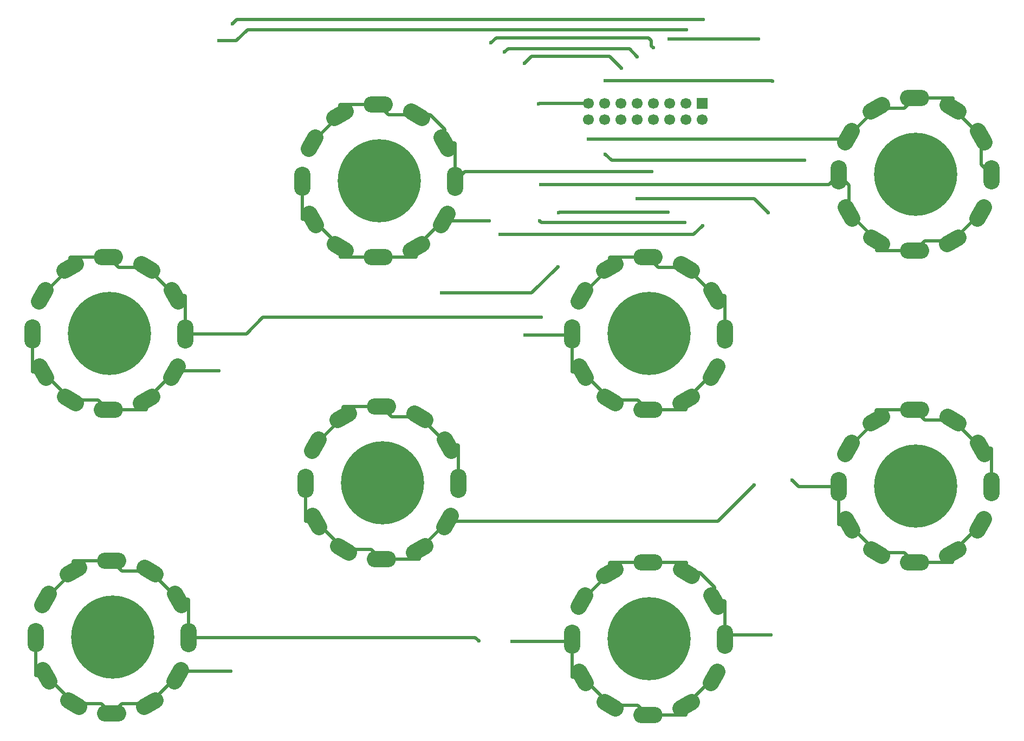
<source format=gbr>
G04 #@! TF.FileFunction,Copper,L2,Bot,Signal*
%FSLAX46Y46*%
G04 Gerber Fmt 4.6, Leading zero omitted, Abs format (unit mm)*
G04 Created by KiCad (PCBNEW 4.0.7) date Wednesday, April 29, 2020 'PMt' 03:16:32 PM*
%MOMM*%
%LPD*%
G01*
G04 APERTURE LIST*
%ADD10C,0.100000*%
%ADD11O,2.540000X4.572000*%
%ADD12C,13.000000*%
%ADD13C,2.540000*%
%ADD14O,4.572000X2.540000*%
%ADD15R,1.700000X1.700000*%
%ADD16C,1.700000*%
%ADD17C,0.600000*%
%ADD18C,0.508000*%
G04 APERTURE END LIST*
D10*
D11*
X52533098Y-156795619D03*
X76409098Y-156795618D03*
D12*
X64534039Y-156747322D03*
D13*
X54627836Y-163617906D02*
X53611836Y-161858142D01*
X75305058Y-151679906D02*
X74289058Y-149920142D01*
D14*
X64407813Y-168687178D03*
X64407812Y-144811179D03*
D13*
X59348052Y-167598131D02*
X57588288Y-166582131D01*
X71286051Y-146920909D02*
X69526287Y-145904909D01*
X75211122Y-161864891D02*
X74195122Y-163624655D01*
X54533900Y-149926892D02*
X53517900Y-151686656D01*
X71230100Y-166582131D02*
X69470336Y-167598131D01*
X59292099Y-145904909D02*
X57532335Y-146920909D01*
D11*
X52025098Y-109297619D03*
X75901098Y-109297618D03*
D12*
X64026039Y-109249322D03*
D13*
X54119836Y-116119906D02*
X53103836Y-114360142D01*
X74797058Y-104181906D02*
X73781058Y-102422142D01*
D14*
X63899813Y-121189178D03*
X63899812Y-97313179D03*
D13*
X58840052Y-120100131D02*
X57080288Y-119084131D01*
X70778051Y-99422909D02*
X69018287Y-98406909D01*
X74703122Y-114366891D02*
X73687122Y-116126655D01*
X54025900Y-102428892D02*
X53009900Y-104188656D01*
X70722100Y-119084131D02*
X68962336Y-120100131D01*
X58784099Y-98406909D02*
X57024335Y-99422909D01*
D11*
X94697098Y-132665619D03*
X118573098Y-132665618D03*
D12*
X106698039Y-132617322D03*
D13*
X96791836Y-139487906D02*
X95775836Y-137728142D01*
X117469058Y-127549906D02*
X116453058Y-125790142D01*
D14*
X106571813Y-144557178D03*
X106571812Y-120681179D03*
D13*
X101512052Y-143468131D02*
X99752288Y-142452131D01*
X113450051Y-122790909D02*
X111690287Y-121774909D01*
X117375122Y-137734891D02*
X116359122Y-139494655D01*
X96697900Y-125796892D02*
X95681900Y-127556656D01*
X113394100Y-142452131D02*
X111634336Y-143468131D01*
X101456099Y-121774909D02*
X99696335Y-122790909D01*
D11*
X94189098Y-85421619D03*
X118065098Y-85421618D03*
D12*
X106190039Y-85373322D03*
D13*
X96283836Y-92243906D02*
X95267836Y-90484142D01*
X116961058Y-80305906D02*
X115945058Y-78546142D01*
D14*
X106063813Y-97313178D03*
X106063812Y-73437179D03*
D13*
X101004052Y-96224131D02*
X99244288Y-95208131D01*
X112942051Y-75546909D02*
X111182287Y-74530909D01*
X116867122Y-90490891D02*
X115851122Y-92250655D01*
X96189900Y-78552892D02*
X95173900Y-80312656D01*
X112886100Y-95208131D02*
X111126336Y-96224131D01*
X100948099Y-74530909D02*
X99188335Y-75546909D01*
D11*
X136353098Y-157049619D03*
X160229098Y-157049618D03*
D12*
X148354039Y-157001322D03*
D13*
X138447836Y-163871906D02*
X137431836Y-162112142D01*
X159125058Y-151933906D02*
X158109058Y-150174142D01*
D14*
X148227813Y-168941178D03*
X148227812Y-145065179D03*
D13*
X143168052Y-167852131D02*
X141408288Y-166836131D01*
X155106051Y-147174909D02*
X153346287Y-146158909D01*
X159031122Y-162118891D02*
X158015122Y-163878655D01*
X138353900Y-150180892D02*
X137337900Y-151940656D01*
X155050100Y-166836131D02*
X153290336Y-167852131D01*
X143112099Y-146158909D02*
X141352335Y-147174909D01*
D11*
X136353098Y-109297619D03*
X160229098Y-109297618D03*
D12*
X148354039Y-109249322D03*
D13*
X138447836Y-116119906D02*
X137431836Y-114360142D01*
X159125058Y-104181906D02*
X158109058Y-102422142D01*
D14*
X148227813Y-121189178D03*
X148227812Y-97313179D03*
D13*
X143168052Y-120100131D02*
X141408288Y-119084131D01*
X155106051Y-99422909D02*
X153346287Y-98406909D01*
X159031122Y-114366891D02*
X158015122Y-116126655D01*
X138353900Y-102428892D02*
X137337900Y-104188656D01*
X155050100Y-119084131D02*
X153290336Y-120100131D01*
X143112099Y-98406909D02*
X141352335Y-99422909D01*
D11*
X178009098Y-133173619D03*
X201885098Y-133173618D03*
D12*
X190010039Y-133125322D03*
D13*
X180103836Y-139995906D02*
X179087836Y-138236142D01*
X200781058Y-128057906D02*
X199765058Y-126298142D01*
D14*
X189883813Y-145065178D03*
X189883812Y-121189179D03*
D13*
X184824052Y-143976131D02*
X183064288Y-142960131D01*
X196762051Y-123298909D02*
X195002287Y-122282909D01*
X200687122Y-138242891D02*
X199671122Y-140002655D01*
X180009900Y-126304892D02*
X178993900Y-128064656D01*
X196706100Y-142960131D02*
X194946336Y-143976131D01*
X184768099Y-122282909D02*
X183008335Y-123298909D01*
D11*
X178009098Y-84405619D03*
X201885098Y-84405618D03*
D12*
X190010039Y-84357322D03*
D13*
X180103836Y-91227906D02*
X179087836Y-89468142D01*
X200781058Y-79289906D02*
X199765058Y-77530142D01*
D14*
X189883813Y-96297178D03*
X189883812Y-72421179D03*
D13*
X184824052Y-95208131D02*
X183064288Y-94192131D01*
X196762051Y-74530909D02*
X195002287Y-73514909D01*
X200687122Y-89474891D02*
X199671122Y-91234655D01*
X180009900Y-77536892D02*
X178993900Y-79296656D01*
X196706100Y-94192131D02*
X194946336Y-95208131D01*
X184768099Y-73514909D02*
X183008335Y-74530909D01*
D15*
X156670000Y-73235000D03*
D16*
X156670000Y-75775000D03*
X154130000Y-73235000D03*
X154130000Y-75775000D03*
X151590000Y-73235000D03*
X151590000Y-75775000D03*
X149050000Y-73235000D03*
X149050000Y-75775000D03*
X146510000Y-73235000D03*
X146510000Y-75775000D03*
X143970000Y-73235000D03*
X143970000Y-75775000D03*
X141430000Y-73235000D03*
X141430000Y-75775000D03*
X138890000Y-73235000D03*
X138890000Y-75775000D03*
D17*
X83010000Y-162060000D03*
X83260000Y-60800000D03*
X156810000Y-60110000D03*
X121760000Y-157330000D03*
X125110000Y-93710000D03*
X156740000Y-92330000D03*
X81160000Y-115100000D03*
X81160000Y-63450000D03*
X154200000Y-61690000D03*
X131490000Y-106710000D03*
X131270000Y-91590000D03*
X153970000Y-91820000D03*
X164810000Y-132940000D03*
X165480000Y-63120000D03*
X151550000Y-63120000D03*
X115960000Y-102910000D03*
X134120000Y-98780000D03*
X134260000Y-90320000D03*
X151360000Y-90240000D03*
X123430000Y-91570000D03*
X123660000Y-63790000D03*
X149050000Y-64550000D03*
X148820000Y-83880000D03*
X126950000Y-157370000D03*
X125780000Y-65220000D03*
X146550000Y-65930000D03*
X167410000Y-156380000D03*
X166980000Y-90350000D03*
X146510000Y-88150000D03*
X129000000Y-109480000D03*
X128900000Y-66950000D03*
X144050000Y-67710000D03*
X170690000Y-132130000D03*
X167680000Y-69770000D03*
X141500000Y-69700000D03*
X172670000Y-82150000D03*
X141550000Y-81160000D03*
X131440000Y-85910000D03*
X131100000Y-73320000D03*
X138920000Y-78790000D03*
D18*
X70350218Y-167090131D02*
X74695576Y-162744773D01*
X74695576Y-162744773D02*
X74703122Y-162744773D01*
X70350218Y-167090131D02*
X66004860Y-167090131D01*
X66004860Y-167090131D02*
X64407813Y-168687178D01*
X58468170Y-167090131D02*
X62810766Y-167090131D01*
X62810766Y-167090131D02*
X64407813Y-168687178D01*
X54119836Y-162738024D02*
X58468170Y-167086358D01*
X58468170Y-167086358D02*
X58468170Y-167090131D01*
X52533098Y-156795619D02*
X52533098Y-162717755D01*
X52533098Y-162717755D02*
X52553367Y-162738024D01*
X52553367Y-162738024D02*
X54119836Y-162738024D01*
X83010000Y-162060000D02*
X75387895Y-162060000D01*
X75387895Y-162060000D02*
X74703122Y-162744773D01*
X156810000Y-60110000D02*
X83950000Y-60110000D01*
X83950000Y-60110000D02*
X83260000Y-60800000D01*
X58412217Y-146412909D02*
X54025900Y-150799226D01*
X54025900Y-150799226D02*
X54025900Y-150806774D01*
X64407812Y-144811179D02*
X58447478Y-144811179D01*
X58447478Y-144811179D02*
X58412217Y-144846440D01*
X58412217Y-144846440D02*
X58412217Y-146412909D01*
X70406169Y-146412909D02*
X66009542Y-146412909D01*
X66009542Y-146412909D02*
X64407812Y-144811179D01*
X74797058Y-150800024D02*
X70409943Y-146412909D01*
X70409943Y-146412909D02*
X70406169Y-146412909D01*
X76409098Y-156795618D02*
X76409098Y-150845595D01*
X76409098Y-150845595D02*
X76363527Y-150800024D01*
X76363527Y-150800024D02*
X74797058Y-150800024D01*
X121760000Y-157330000D02*
X121225618Y-156795618D01*
X121225618Y-156795618D02*
X76409098Y-156795618D01*
X156740000Y-92330000D02*
X155360000Y-93710000D01*
X155360000Y-93710000D02*
X125110000Y-93710000D01*
X69842218Y-119592131D02*
X74187576Y-115246773D01*
X74187576Y-115246773D02*
X74195122Y-115246773D01*
X63899813Y-121189178D02*
X69811640Y-121189178D01*
X69811640Y-121189178D02*
X69842218Y-121158600D01*
X69842218Y-121158600D02*
X69842218Y-119592131D01*
X57960170Y-119592131D02*
X62302766Y-119592131D01*
X62302766Y-119592131D02*
X63899813Y-121189178D01*
X53611836Y-115240024D02*
X57960170Y-119588358D01*
X57960170Y-119588358D02*
X57960170Y-119592131D01*
X52025098Y-109297619D02*
X52025098Y-115219755D01*
X52025098Y-115219755D02*
X52045367Y-115240024D01*
X52045367Y-115240024D02*
X53611836Y-115240024D01*
X81160000Y-115100000D02*
X74341895Y-115100000D01*
X74341895Y-115100000D02*
X74195122Y-115246773D01*
X85650000Y-61690000D02*
X83890000Y-63450000D01*
X83890000Y-63450000D02*
X81160000Y-63450000D01*
X154200000Y-61690000D02*
X85650000Y-61690000D01*
X57904217Y-98914909D02*
X53517900Y-103301226D01*
X53517900Y-103301226D02*
X53517900Y-103308774D01*
X63899812Y-97313179D02*
X57939478Y-97313179D01*
X57939478Y-97313179D02*
X57904217Y-97348440D01*
X57904217Y-97348440D02*
X57904217Y-98914909D01*
X69898169Y-98914909D02*
X65501542Y-98914909D01*
X65501542Y-98914909D02*
X63899812Y-97313179D01*
X74289058Y-103302024D02*
X69901943Y-98914909D01*
X69901943Y-98914909D02*
X69898169Y-98914909D01*
X75901098Y-109297618D02*
X75901098Y-103347595D01*
X75901098Y-103347595D02*
X75855527Y-103302024D01*
X75855527Y-103302024D02*
X74289058Y-103302024D01*
X88020000Y-106710000D02*
X85432382Y-109297618D01*
X85432382Y-109297618D02*
X75901098Y-109297618D01*
X131490000Y-106710000D02*
X88020000Y-106710000D01*
X153970000Y-91820000D02*
X131500000Y-91820000D01*
X131500000Y-91820000D02*
X131270000Y-91590000D01*
X164810000Y-132940000D02*
X159135227Y-138614773D01*
X159135227Y-138614773D02*
X116867122Y-138614773D01*
X151550000Y-63120000D02*
X165480000Y-63120000D01*
X116867122Y-138614773D02*
X112521764Y-142960131D01*
X112521764Y-142960131D02*
X112514218Y-142960131D01*
X106571813Y-144557178D02*
X112483640Y-144557178D01*
X112483640Y-144557178D02*
X112514218Y-144526600D01*
X112514218Y-144526600D02*
X112514218Y-142960131D01*
X100632170Y-142960131D02*
X104974766Y-142960131D01*
X104974766Y-142960131D02*
X106571813Y-144557178D01*
X96283836Y-138608024D02*
X100632170Y-142956358D01*
X100632170Y-142956358D02*
X100632170Y-142960131D01*
X94697098Y-132665619D02*
X94697098Y-138587755D01*
X94697098Y-138587755D02*
X94717367Y-138608024D01*
X94717367Y-138608024D02*
X96283836Y-138608024D01*
X100576217Y-122282909D02*
X96189900Y-126669226D01*
X96189900Y-126669226D02*
X96189900Y-126676774D01*
X106571812Y-120681179D02*
X100611478Y-120681179D01*
X100611478Y-120681179D02*
X100576217Y-120716440D01*
X100576217Y-120716440D02*
X100576217Y-122282909D01*
X112570169Y-122282909D02*
X108173542Y-122282909D01*
X108173542Y-122282909D02*
X106571812Y-120681179D01*
X116961058Y-126670024D02*
X112573943Y-122282909D01*
X112573943Y-122282909D02*
X112570169Y-122282909D01*
X118573098Y-132665618D02*
X118573098Y-126715595D01*
X118573098Y-126715595D02*
X118527527Y-126670024D01*
X118527527Y-126670024D02*
X116961058Y-126670024D01*
X134120000Y-98780000D02*
X129990000Y-102910000D01*
X129990000Y-102910000D02*
X115960000Y-102910000D01*
X151360000Y-90240000D02*
X134340000Y-90240000D01*
X134340000Y-90240000D02*
X134260000Y-90320000D01*
X112006218Y-95716131D02*
X116351576Y-91370773D01*
X116351576Y-91370773D02*
X116359122Y-91370773D01*
X106063813Y-97313178D02*
X111975640Y-97313178D01*
X111975640Y-97313178D02*
X112006218Y-97282600D01*
X112006218Y-97282600D02*
X112006218Y-95716131D01*
X106063813Y-97313178D02*
X100154748Y-97313178D01*
X100154748Y-97313178D02*
X100124170Y-97282600D01*
X100124170Y-97282600D02*
X100124170Y-95716131D01*
X95775836Y-91364024D02*
X100124170Y-95712358D01*
X100124170Y-95712358D02*
X100124170Y-95716131D01*
X94189098Y-85421619D02*
X94189098Y-91343755D01*
X94189098Y-91343755D02*
X94209367Y-91364024D01*
X94209367Y-91364024D02*
X95775836Y-91364024D01*
X123430000Y-91570000D02*
X116558349Y-91570000D01*
X116558349Y-91570000D02*
X116359122Y-91370773D01*
X148330000Y-62980000D02*
X124470000Y-62980000D01*
X124470000Y-62980000D02*
X123660000Y-63790000D01*
X148750001Y-63400001D02*
X148330000Y-62980000D01*
X149050000Y-64550000D02*
X148750001Y-64250001D01*
X148750001Y-64250001D02*
X148750001Y-63400001D01*
X95681900Y-79432774D02*
X100068217Y-75046457D01*
X100068217Y-75046457D02*
X100068217Y-75038909D01*
X106063812Y-73437179D02*
X100103478Y-73437179D01*
X100103478Y-73437179D02*
X100068217Y-73472440D01*
X100068217Y-73472440D02*
X100068217Y-75038909D01*
X112062169Y-75038909D02*
X107665542Y-75038909D01*
X107665542Y-75038909D02*
X106063812Y-73437179D01*
X116453058Y-79426024D02*
X116453058Y-77287070D01*
X114204897Y-75038909D02*
X114201123Y-75038909D01*
X116453058Y-77287070D02*
X114204897Y-75038909D01*
X114201123Y-75038909D02*
X112062169Y-75038909D01*
X118065098Y-85421618D02*
X118065098Y-79471595D01*
X118065098Y-79471595D02*
X118019527Y-79426024D01*
X118019527Y-79426024D02*
X116453058Y-79426024D01*
X148820000Y-83880000D02*
X119606716Y-83880000D01*
X119606716Y-83880000D02*
X118065098Y-85421618D01*
X154170218Y-167344131D02*
X158515576Y-162998773D01*
X158515576Y-162998773D02*
X158523122Y-162998773D01*
X148227813Y-168941178D02*
X154139640Y-168941178D01*
X154139640Y-168941178D02*
X154170218Y-168910600D01*
X154170218Y-168910600D02*
X154170218Y-167344131D01*
X142288170Y-167344131D02*
X146630766Y-167344131D01*
X146630766Y-167344131D02*
X148227813Y-168941178D01*
X137939836Y-162992024D02*
X142288170Y-167340358D01*
X142288170Y-167340358D02*
X142288170Y-167344131D01*
X136353098Y-157049619D02*
X136353098Y-162971755D01*
X136353098Y-162971755D02*
X136373367Y-162992024D01*
X136373367Y-162992024D02*
X137939836Y-162992024D01*
X126950000Y-157370000D02*
X136032717Y-157370000D01*
X136032717Y-157370000D02*
X136353098Y-157049619D01*
X145290000Y-64670000D02*
X126330000Y-64670000D01*
X126330000Y-64670000D02*
X125780000Y-65220000D01*
X146550000Y-65930000D02*
X145290000Y-64670000D01*
X142232217Y-146666909D02*
X137845900Y-151053226D01*
X137845900Y-151053226D02*
X137845900Y-151060774D01*
X148227812Y-145065179D02*
X142267478Y-145065179D01*
X142267478Y-145065179D02*
X142232217Y-145100440D01*
X142232217Y-145100440D02*
X142232217Y-146666909D01*
X148227812Y-145065179D02*
X154190908Y-145065179D01*
X154190908Y-145065179D02*
X154226169Y-145100440D01*
X154226169Y-145100440D02*
X154226169Y-146666909D01*
X158617058Y-151054024D02*
X158617058Y-148915070D01*
X158617058Y-148915070D02*
X156368897Y-146666909D01*
X156368897Y-146666909D02*
X156365123Y-146666909D01*
X156365123Y-146666909D02*
X154226169Y-146666909D01*
X160229098Y-157049618D02*
X160229098Y-151099595D01*
X160229098Y-151099595D02*
X160183527Y-151054024D01*
X160183527Y-151054024D02*
X158617058Y-151054024D01*
X167410000Y-156380000D02*
X160898716Y-156380000D01*
X160898716Y-156380000D02*
X160229098Y-157049618D01*
X146510000Y-88150000D02*
X164780000Y-88150000D01*
X164780000Y-88150000D02*
X166980000Y-90350000D01*
X154170218Y-119592131D02*
X158515576Y-115246773D01*
X158515576Y-115246773D02*
X158523122Y-115246773D01*
X148227813Y-121189178D02*
X154139640Y-121189178D01*
X154139640Y-121189178D02*
X154170218Y-121158600D01*
X154170218Y-121158600D02*
X154170218Y-119592131D01*
X142288170Y-119592131D02*
X146630766Y-119592131D01*
X146630766Y-119592131D02*
X148227813Y-121189178D01*
X137939836Y-115240024D02*
X142288170Y-119588358D01*
X142288170Y-119588358D02*
X142288170Y-119592131D01*
X136353098Y-109297619D02*
X136353098Y-115219755D01*
X136353098Y-115219755D02*
X136373367Y-115240024D01*
X136373367Y-115240024D02*
X137939836Y-115240024D01*
X129000000Y-109480000D02*
X136170717Y-109480000D01*
X136170717Y-109480000D02*
X136353098Y-109297619D01*
X142210000Y-65870000D02*
X129980000Y-65870000D01*
X129980000Y-65870000D02*
X128900000Y-66950000D01*
X144050000Y-67710000D02*
X142210000Y-65870000D01*
X142232217Y-98914909D02*
X137845900Y-103301226D01*
X137845900Y-103301226D02*
X137845900Y-103308774D01*
X148227812Y-97313179D02*
X142267478Y-97313179D01*
X142267478Y-97313179D02*
X142232217Y-97348440D01*
X142232217Y-97348440D02*
X142232217Y-98914909D01*
X154226169Y-98914909D02*
X149829542Y-98914909D01*
X149829542Y-98914909D02*
X148227812Y-97313179D01*
X154226169Y-98914909D02*
X158613284Y-103302024D01*
X158613284Y-103302024D02*
X158617058Y-103302024D01*
X160229098Y-109297618D02*
X160229098Y-103347595D01*
X160229098Y-103347595D02*
X160183527Y-103302024D01*
X160183527Y-103302024D02*
X158617058Y-103302024D01*
X195826218Y-143468131D02*
X200171576Y-139122773D01*
X200171576Y-139122773D02*
X200179122Y-139122773D01*
X189883813Y-145065178D02*
X195795640Y-145065178D01*
X195795640Y-145065178D02*
X195826218Y-145034600D01*
X195826218Y-145034600D02*
X195826218Y-143468131D01*
X183944170Y-143468131D02*
X188286766Y-143468131D01*
X188286766Y-143468131D02*
X189883813Y-145065178D01*
X179595836Y-139116024D02*
X183944170Y-143464358D01*
X183944170Y-143464358D02*
X183944170Y-143468131D01*
X178009098Y-133173619D02*
X178009098Y-139095755D01*
X178009098Y-139095755D02*
X178029367Y-139116024D01*
X178029367Y-139116024D02*
X179595836Y-139116024D01*
X170690000Y-132130000D02*
X171733619Y-133173619D01*
X171733619Y-133173619D02*
X178009098Y-133173619D01*
X141500000Y-69700000D02*
X167610000Y-69700000D01*
X167610000Y-69700000D02*
X167680000Y-69770000D01*
X179501900Y-127184774D02*
X183888217Y-122798457D01*
X183888217Y-122798457D02*
X183888217Y-122790909D01*
X189883812Y-121189179D02*
X183923478Y-121189179D01*
X183923478Y-121189179D02*
X183888217Y-121224440D01*
X183888217Y-121224440D02*
X183888217Y-122790909D01*
X195882169Y-122790909D02*
X191485542Y-122790909D01*
X191485542Y-122790909D02*
X189883812Y-121189179D01*
X200273058Y-127178024D02*
X195885943Y-122790909D01*
X195885943Y-122790909D02*
X195882169Y-122790909D01*
X201885098Y-133173618D02*
X201885098Y-127223595D01*
X201885098Y-127223595D02*
X201839527Y-127178024D01*
X201839527Y-127178024D02*
X200273058Y-127178024D01*
X141550000Y-81160000D02*
X142540000Y-82150000D01*
X142540000Y-82150000D02*
X172670000Y-82150000D01*
X179595836Y-90348024D02*
X179595836Y-85992357D01*
X179595836Y-85992357D02*
X178009098Y-84405619D01*
X183944170Y-94700131D02*
X179595836Y-90351797D01*
X179595836Y-90351797D02*
X179595836Y-90348024D01*
X189883813Y-96297178D02*
X183974748Y-96297178D01*
X183944170Y-96266600D02*
X183944170Y-94700131D01*
X183974748Y-96297178D02*
X183944170Y-96266600D01*
X195826218Y-94700131D02*
X191480860Y-94700131D01*
X191480860Y-94700131D02*
X189883813Y-96297178D01*
X200179122Y-90354773D02*
X195833764Y-94700131D01*
X195833764Y-94700131D02*
X195826218Y-94700131D01*
X131440000Y-85910000D02*
X176504717Y-85910000D01*
X176504717Y-85910000D02*
X178009098Y-84405619D01*
X138890000Y-73235000D02*
X131185000Y-73235000D01*
X131185000Y-73235000D02*
X131100000Y-73320000D01*
X200273058Y-78410024D02*
X200273058Y-82793578D01*
X200273058Y-82793578D02*
X201885098Y-84405618D01*
X195882169Y-74022909D02*
X200269284Y-78410024D01*
X200269284Y-78410024D02*
X200273058Y-78410024D01*
X189883812Y-72421179D02*
X195846908Y-72421179D01*
X195846908Y-72421179D02*
X195882169Y-72456440D01*
X195882169Y-72456440D02*
X195882169Y-74022909D01*
X183888217Y-74022909D02*
X188282082Y-74022909D01*
X188282082Y-74022909D02*
X189883812Y-72421179D01*
X179501900Y-78416774D02*
X183888217Y-74030457D01*
X183888217Y-74030457D02*
X183888217Y-74022909D01*
X138920000Y-78790000D02*
X179128674Y-78790000D01*
X179128674Y-78790000D02*
X179501900Y-78416774D01*
M02*

</source>
